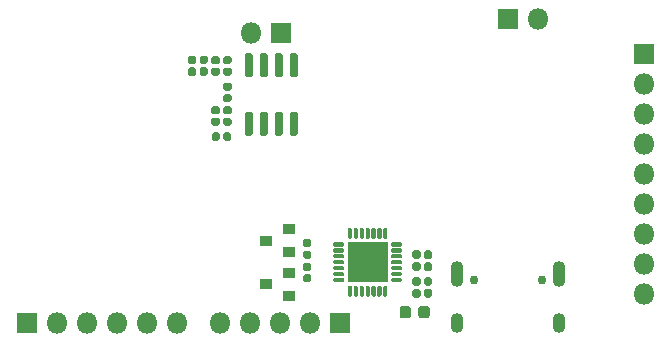
<source format=gbs>
G04 #@! TF.GenerationSoftware,KiCad,Pcbnew,(5.1.6)-1*
G04 #@! TF.CreationDate,2020-09-05T22:14:25+08:00*
G04 #@! TF.ProjectId,epaper,65706170-6572-42e6-9b69-6361645f7063,rev?*
G04 #@! TF.SameCoordinates,Original*
G04 #@! TF.FileFunction,Soldermask,Bot*
G04 #@! TF.FilePolarity,Negative*
%FSLAX46Y46*%
G04 Gerber Fmt 4.6, Leading zero omitted, Abs format (unit mm)*
G04 Created by KiCad (PCBNEW (5.1.6)-1) date 2020-09-05 22:14:25*
%MOMM*%
%LPD*%
G01*
G04 APERTURE LIST*
%ADD10R,1.000000X0.900000*%
%ADD11R,3.450000X3.450000*%
%ADD12O,1.800000X1.800000*%
%ADD13R,1.800000X1.800000*%
%ADD14O,1.100000X1.700000*%
%ADD15C,0.750000*%
%ADD16O,1.100000X2.200000*%
G04 APERTURE END LIST*
G36*
G01*
X114390000Y-112447500D02*
X114390000Y-112052500D01*
G75*
G02*
X114562500Y-111880000I172500J0D01*
G01*
X114907500Y-111880000D01*
G75*
G02*
X115080000Y-112052500I0J-172500D01*
G01*
X115080000Y-112447500D01*
G75*
G02*
X114907500Y-112620000I-172500J0D01*
G01*
X114562500Y-112620000D01*
G75*
G02*
X114390000Y-112447500I0J172500D01*
G01*
G37*
G36*
G01*
X113420000Y-112447500D02*
X113420000Y-112052500D01*
G75*
G02*
X113592500Y-111880000I172500J0D01*
G01*
X113937500Y-111880000D01*
G75*
G02*
X114110000Y-112052500I0J-172500D01*
G01*
X114110000Y-112447500D01*
G75*
G02*
X113937500Y-112620000I-172500J0D01*
G01*
X113592500Y-112620000D01*
G75*
G02*
X113420000Y-112447500I0J172500D01*
G01*
G37*
G36*
G01*
X114390000Y-113447500D02*
X114390000Y-113052500D01*
G75*
G02*
X114562500Y-112880000I172500J0D01*
G01*
X114907500Y-112880000D01*
G75*
G02*
X115080000Y-113052500I0J-172500D01*
G01*
X115080000Y-113447500D01*
G75*
G02*
X114907500Y-113620000I-172500J0D01*
G01*
X114562500Y-113620000D01*
G75*
G02*
X114390000Y-113447500I0J172500D01*
G01*
G37*
G36*
G01*
X113420000Y-113447500D02*
X113420000Y-113052500D01*
G75*
G02*
X113592500Y-112880000I172500J0D01*
G01*
X113937500Y-112880000D01*
G75*
G02*
X114110000Y-113052500I0J-172500D01*
G01*
X114110000Y-113447500D01*
G75*
G02*
X113937500Y-113620000I-172500J0D01*
G01*
X113592500Y-113620000D01*
G75*
G02*
X113420000Y-113447500I0J172500D01*
G01*
G37*
D10*
X101000000Y-114755001D03*
X103000000Y-115705001D03*
X103000000Y-113805001D03*
X101000000Y-111050000D03*
X103000000Y-112000000D03*
X103000000Y-110100000D03*
G36*
G01*
X112524999Y-111287501D02*
X112524999Y-111462501D01*
G75*
G02*
X112437499Y-111550001I-87500J0D01*
G01*
X111712499Y-111550001D01*
G75*
G02*
X111624999Y-111462501I0J87500D01*
G01*
X111624999Y-111287501D01*
G75*
G02*
X111712499Y-111200001I87500J0D01*
G01*
X112437499Y-111200001D01*
G75*
G02*
X112524999Y-111287501I0J-87500D01*
G01*
G37*
G36*
G01*
X112524999Y-111787501D02*
X112524999Y-111962501D01*
G75*
G02*
X112437499Y-112050001I-87500J0D01*
G01*
X111712499Y-112050001D01*
G75*
G02*
X111624999Y-111962501I0J87500D01*
G01*
X111624999Y-111787501D01*
G75*
G02*
X111712499Y-111700001I87500J0D01*
G01*
X112437499Y-111700001D01*
G75*
G02*
X112524999Y-111787501I0J-87500D01*
G01*
G37*
G36*
G01*
X112524999Y-112287501D02*
X112524999Y-112462501D01*
G75*
G02*
X112437499Y-112550001I-87500J0D01*
G01*
X111712499Y-112550001D01*
G75*
G02*
X111624999Y-112462501I0J87500D01*
G01*
X111624999Y-112287501D01*
G75*
G02*
X111712499Y-112200001I87500J0D01*
G01*
X112437499Y-112200001D01*
G75*
G02*
X112524999Y-112287501I0J-87500D01*
G01*
G37*
G36*
G01*
X112524999Y-112787501D02*
X112524999Y-112962501D01*
G75*
G02*
X112437499Y-113050001I-87500J0D01*
G01*
X111712499Y-113050001D01*
G75*
G02*
X111624999Y-112962501I0J87500D01*
G01*
X111624999Y-112787501D01*
G75*
G02*
X111712499Y-112700001I87500J0D01*
G01*
X112437499Y-112700001D01*
G75*
G02*
X112524999Y-112787501I0J-87500D01*
G01*
G37*
G36*
G01*
X112524999Y-113287501D02*
X112524999Y-113462501D01*
G75*
G02*
X112437499Y-113550001I-87500J0D01*
G01*
X111712499Y-113550001D01*
G75*
G02*
X111624999Y-113462501I0J87500D01*
G01*
X111624999Y-113287501D01*
G75*
G02*
X111712499Y-113200001I87500J0D01*
G01*
X112437499Y-113200001D01*
G75*
G02*
X112524999Y-113287501I0J-87500D01*
G01*
G37*
G36*
G01*
X112524999Y-113787501D02*
X112524999Y-113962501D01*
G75*
G02*
X112437499Y-114050001I-87500J0D01*
G01*
X111712499Y-114050001D01*
G75*
G02*
X111624999Y-113962501I0J87500D01*
G01*
X111624999Y-113787501D01*
G75*
G02*
X111712499Y-113700001I87500J0D01*
G01*
X112437499Y-113700001D01*
G75*
G02*
X112524999Y-113787501I0J-87500D01*
G01*
G37*
G36*
G01*
X112524999Y-114287501D02*
X112524999Y-114462501D01*
G75*
G02*
X112437499Y-114550001I-87500J0D01*
G01*
X111712499Y-114550001D01*
G75*
G02*
X111624999Y-114462501I0J87500D01*
G01*
X111624999Y-114287501D01*
G75*
G02*
X111712499Y-114200001I87500J0D01*
G01*
X112437499Y-114200001D01*
G75*
G02*
X112524999Y-114287501I0J-87500D01*
G01*
G37*
G36*
G01*
X111299999Y-114962501D02*
X111299999Y-115687501D01*
G75*
G02*
X111212499Y-115775001I-87500J0D01*
G01*
X111037499Y-115775001D01*
G75*
G02*
X110949999Y-115687501I0J87500D01*
G01*
X110949999Y-114962501D01*
G75*
G02*
X111037499Y-114875001I87500J0D01*
G01*
X111212499Y-114875001D01*
G75*
G02*
X111299999Y-114962501I0J-87500D01*
G01*
G37*
G36*
G01*
X110799999Y-114962501D02*
X110799999Y-115687501D01*
G75*
G02*
X110712499Y-115775001I-87500J0D01*
G01*
X110537499Y-115775001D01*
G75*
G02*
X110449999Y-115687501I0J87500D01*
G01*
X110449999Y-114962501D01*
G75*
G02*
X110537499Y-114875001I87500J0D01*
G01*
X110712499Y-114875001D01*
G75*
G02*
X110799999Y-114962501I0J-87500D01*
G01*
G37*
G36*
G01*
X110299999Y-114962501D02*
X110299999Y-115687501D01*
G75*
G02*
X110212499Y-115775001I-87500J0D01*
G01*
X110037499Y-115775001D01*
G75*
G02*
X109949999Y-115687501I0J87500D01*
G01*
X109949999Y-114962501D01*
G75*
G02*
X110037499Y-114875001I87500J0D01*
G01*
X110212499Y-114875001D01*
G75*
G02*
X110299999Y-114962501I0J-87500D01*
G01*
G37*
G36*
G01*
X109799999Y-114962501D02*
X109799999Y-115687501D01*
G75*
G02*
X109712499Y-115775001I-87500J0D01*
G01*
X109537499Y-115775001D01*
G75*
G02*
X109449999Y-115687501I0J87500D01*
G01*
X109449999Y-114962501D01*
G75*
G02*
X109537499Y-114875001I87500J0D01*
G01*
X109712499Y-114875001D01*
G75*
G02*
X109799999Y-114962501I0J-87500D01*
G01*
G37*
G36*
G01*
X109299999Y-114962501D02*
X109299999Y-115687501D01*
G75*
G02*
X109212499Y-115775001I-87500J0D01*
G01*
X109037499Y-115775001D01*
G75*
G02*
X108949999Y-115687501I0J87500D01*
G01*
X108949999Y-114962501D01*
G75*
G02*
X109037499Y-114875001I87500J0D01*
G01*
X109212499Y-114875001D01*
G75*
G02*
X109299999Y-114962501I0J-87500D01*
G01*
G37*
G36*
G01*
X108799999Y-114962501D02*
X108799999Y-115687501D01*
G75*
G02*
X108712499Y-115775001I-87500J0D01*
G01*
X108537499Y-115775001D01*
G75*
G02*
X108449999Y-115687501I0J87500D01*
G01*
X108449999Y-114962501D01*
G75*
G02*
X108537499Y-114875001I87500J0D01*
G01*
X108712499Y-114875001D01*
G75*
G02*
X108799999Y-114962501I0J-87500D01*
G01*
G37*
G36*
G01*
X108299999Y-114962501D02*
X108299999Y-115687501D01*
G75*
G02*
X108212499Y-115775001I-87500J0D01*
G01*
X108037499Y-115775001D01*
G75*
G02*
X107949999Y-115687501I0J87500D01*
G01*
X107949999Y-114962501D01*
G75*
G02*
X108037499Y-114875001I87500J0D01*
G01*
X108212499Y-114875001D01*
G75*
G02*
X108299999Y-114962501I0J-87500D01*
G01*
G37*
G36*
G01*
X107624999Y-114287501D02*
X107624999Y-114462501D01*
G75*
G02*
X107537499Y-114550001I-87500J0D01*
G01*
X106812499Y-114550001D01*
G75*
G02*
X106724999Y-114462501I0J87500D01*
G01*
X106724999Y-114287501D01*
G75*
G02*
X106812499Y-114200001I87500J0D01*
G01*
X107537499Y-114200001D01*
G75*
G02*
X107624999Y-114287501I0J-87500D01*
G01*
G37*
G36*
G01*
X107624999Y-113787501D02*
X107624999Y-113962501D01*
G75*
G02*
X107537499Y-114050001I-87500J0D01*
G01*
X106812499Y-114050001D01*
G75*
G02*
X106724999Y-113962501I0J87500D01*
G01*
X106724999Y-113787501D01*
G75*
G02*
X106812499Y-113700001I87500J0D01*
G01*
X107537499Y-113700001D01*
G75*
G02*
X107624999Y-113787501I0J-87500D01*
G01*
G37*
G36*
G01*
X107624999Y-113287501D02*
X107624999Y-113462501D01*
G75*
G02*
X107537499Y-113550001I-87500J0D01*
G01*
X106812499Y-113550001D01*
G75*
G02*
X106724999Y-113462501I0J87500D01*
G01*
X106724999Y-113287501D01*
G75*
G02*
X106812499Y-113200001I87500J0D01*
G01*
X107537499Y-113200001D01*
G75*
G02*
X107624999Y-113287501I0J-87500D01*
G01*
G37*
G36*
G01*
X107624999Y-112787501D02*
X107624999Y-112962501D01*
G75*
G02*
X107537499Y-113050001I-87500J0D01*
G01*
X106812499Y-113050001D01*
G75*
G02*
X106724999Y-112962501I0J87500D01*
G01*
X106724999Y-112787501D01*
G75*
G02*
X106812499Y-112700001I87500J0D01*
G01*
X107537499Y-112700001D01*
G75*
G02*
X107624999Y-112787501I0J-87500D01*
G01*
G37*
G36*
G01*
X107624999Y-112287501D02*
X107624999Y-112462501D01*
G75*
G02*
X107537499Y-112550001I-87500J0D01*
G01*
X106812499Y-112550001D01*
G75*
G02*
X106724999Y-112462501I0J87500D01*
G01*
X106724999Y-112287501D01*
G75*
G02*
X106812499Y-112200001I87500J0D01*
G01*
X107537499Y-112200001D01*
G75*
G02*
X107624999Y-112287501I0J-87500D01*
G01*
G37*
G36*
G01*
X107624999Y-111787501D02*
X107624999Y-111962501D01*
G75*
G02*
X107537499Y-112050001I-87500J0D01*
G01*
X106812499Y-112050001D01*
G75*
G02*
X106724999Y-111962501I0J87500D01*
G01*
X106724999Y-111787501D01*
G75*
G02*
X106812499Y-111700001I87500J0D01*
G01*
X107537499Y-111700001D01*
G75*
G02*
X107624999Y-111787501I0J-87500D01*
G01*
G37*
G36*
G01*
X107624999Y-111287501D02*
X107624999Y-111462501D01*
G75*
G02*
X107537499Y-111550001I-87500J0D01*
G01*
X106812499Y-111550001D01*
G75*
G02*
X106724999Y-111462501I0J87500D01*
G01*
X106724999Y-111287501D01*
G75*
G02*
X106812499Y-111200001I87500J0D01*
G01*
X107537499Y-111200001D01*
G75*
G02*
X107624999Y-111287501I0J-87500D01*
G01*
G37*
G36*
G01*
X108299999Y-110062501D02*
X108299999Y-110787501D01*
G75*
G02*
X108212499Y-110875001I-87500J0D01*
G01*
X108037499Y-110875001D01*
G75*
G02*
X107949999Y-110787501I0J87500D01*
G01*
X107949999Y-110062501D01*
G75*
G02*
X108037499Y-109975001I87500J0D01*
G01*
X108212499Y-109975001D01*
G75*
G02*
X108299999Y-110062501I0J-87500D01*
G01*
G37*
G36*
G01*
X108799999Y-110062501D02*
X108799999Y-110787501D01*
G75*
G02*
X108712499Y-110875001I-87500J0D01*
G01*
X108537499Y-110875001D01*
G75*
G02*
X108449999Y-110787501I0J87500D01*
G01*
X108449999Y-110062501D01*
G75*
G02*
X108537499Y-109975001I87500J0D01*
G01*
X108712499Y-109975001D01*
G75*
G02*
X108799999Y-110062501I0J-87500D01*
G01*
G37*
G36*
G01*
X109299999Y-110062501D02*
X109299999Y-110787501D01*
G75*
G02*
X109212499Y-110875001I-87500J0D01*
G01*
X109037499Y-110875001D01*
G75*
G02*
X108949999Y-110787501I0J87500D01*
G01*
X108949999Y-110062501D01*
G75*
G02*
X109037499Y-109975001I87500J0D01*
G01*
X109212499Y-109975001D01*
G75*
G02*
X109299999Y-110062501I0J-87500D01*
G01*
G37*
G36*
G01*
X109799999Y-110062501D02*
X109799999Y-110787501D01*
G75*
G02*
X109712499Y-110875001I-87500J0D01*
G01*
X109537499Y-110875001D01*
G75*
G02*
X109449999Y-110787501I0J87500D01*
G01*
X109449999Y-110062501D01*
G75*
G02*
X109537499Y-109975001I87500J0D01*
G01*
X109712499Y-109975001D01*
G75*
G02*
X109799999Y-110062501I0J-87500D01*
G01*
G37*
G36*
G01*
X110299999Y-110062501D02*
X110299999Y-110787501D01*
G75*
G02*
X110212499Y-110875001I-87500J0D01*
G01*
X110037499Y-110875001D01*
G75*
G02*
X109949999Y-110787501I0J87500D01*
G01*
X109949999Y-110062501D01*
G75*
G02*
X110037499Y-109975001I87500J0D01*
G01*
X110212499Y-109975001D01*
G75*
G02*
X110299999Y-110062501I0J-87500D01*
G01*
G37*
G36*
G01*
X110799999Y-110062501D02*
X110799999Y-110787501D01*
G75*
G02*
X110712499Y-110875001I-87500J0D01*
G01*
X110537499Y-110875001D01*
G75*
G02*
X110449999Y-110787501I0J87500D01*
G01*
X110449999Y-110062501D01*
G75*
G02*
X110537499Y-109975001I87500J0D01*
G01*
X110712499Y-109975001D01*
G75*
G02*
X110799999Y-110062501I0J-87500D01*
G01*
G37*
G36*
G01*
X111299999Y-110062501D02*
X111299999Y-110787501D01*
G75*
G02*
X111212499Y-110875001I-87500J0D01*
G01*
X111037499Y-110875001D01*
G75*
G02*
X110949999Y-110787501I0J87500D01*
G01*
X110949999Y-110062501D01*
G75*
G02*
X111037499Y-109975001I87500J0D01*
G01*
X111212499Y-109975001D01*
G75*
G02*
X111299999Y-110062501I0J-87500D01*
G01*
G37*
D11*
X109624999Y-112875001D03*
G36*
G01*
X104697500Y-111610000D02*
X104302500Y-111610000D01*
G75*
G02*
X104130000Y-111437500I0J172500D01*
G01*
X104130000Y-111092500D01*
G75*
G02*
X104302500Y-110920000I172500J0D01*
G01*
X104697500Y-110920000D01*
G75*
G02*
X104870000Y-111092500I0J-172500D01*
G01*
X104870000Y-111437500D01*
G75*
G02*
X104697500Y-111610000I-172500J0D01*
G01*
G37*
G36*
G01*
X104697500Y-112580000D02*
X104302500Y-112580000D01*
G75*
G02*
X104130000Y-112407500I0J172500D01*
G01*
X104130000Y-112062500D01*
G75*
G02*
X104302500Y-111890000I172500J0D01*
G01*
X104697500Y-111890000D01*
G75*
G02*
X104870000Y-112062500I0J-172500D01*
G01*
X104870000Y-112407500D01*
G75*
G02*
X104697500Y-112580000I-172500J0D01*
G01*
G37*
G36*
G01*
X104302500Y-113890000D02*
X104697500Y-113890000D01*
G75*
G02*
X104870000Y-114062500I0J-172500D01*
G01*
X104870000Y-114407500D01*
G75*
G02*
X104697500Y-114580000I-172500J0D01*
G01*
X104302500Y-114580000D01*
G75*
G02*
X104130000Y-114407500I0J172500D01*
G01*
X104130000Y-114062500D01*
G75*
G02*
X104302500Y-113890000I172500J0D01*
G01*
G37*
G36*
G01*
X104302500Y-112920000D02*
X104697500Y-112920000D01*
G75*
G02*
X104870000Y-113092500I0J-172500D01*
G01*
X104870000Y-113437500D01*
G75*
G02*
X104697500Y-113610000I-172500J0D01*
G01*
X104302500Y-113610000D01*
G75*
G02*
X104130000Y-113437500I0J172500D01*
G01*
X104130000Y-113092500D01*
G75*
G02*
X104302500Y-112920000I172500J0D01*
G01*
G37*
G36*
G01*
X114110000Y-115302500D02*
X114110000Y-115697500D01*
G75*
G02*
X113937500Y-115870000I-172500J0D01*
G01*
X113592500Y-115870000D01*
G75*
G02*
X113420000Y-115697500I0J172500D01*
G01*
X113420000Y-115302500D01*
G75*
G02*
X113592500Y-115130000I172500J0D01*
G01*
X113937500Y-115130000D01*
G75*
G02*
X114110000Y-115302500I0J-172500D01*
G01*
G37*
G36*
G01*
X115080000Y-115302500D02*
X115080000Y-115697500D01*
G75*
G02*
X114907500Y-115870000I-172500J0D01*
G01*
X114562500Y-115870000D01*
G75*
G02*
X114390000Y-115697500I0J172500D01*
G01*
X114390000Y-115302500D01*
G75*
G02*
X114562500Y-115130000I172500J0D01*
G01*
X114907500Y-115130000D01*
G75*
G02*
X115080000Y-115302500I0J-172500D01*
G01*
G37*
G36*
G01*
X114110000Y-114302500D02*
X114110000Y-114697500D01*
G75*
G02*
X113937500Y-114870000I-172500J0D01*
G01*
X113592500Y-114870000D01*
G75*
G02*
X113420000Y-114697500I0J172500D01*
G01*
X113420000Y-114302500D01*
G75*
G02*
X113592500Y-114130000I172500J0D01*
G01*
X113937500Y-114130000D01*
G75*
G02*
X114110000Y-114302500I0J-172500D01*
G01*
G37*
G36*
G01*
X115080000Y-114302500D02*
X115080000Y-114697500D01*
G75*
G02*
X114907500Y-114870000I-172500J0D01*
G01*
X114562500Y-114870000D01*
G75*
G02*
X114390000Y-114697500I0J172500D01*
G01*
X114390000Y-114302500D01*
G75*
G02*
X114562500Y-114130000I172500J0D01*
G01*
X114907500Y-114130000D01*
G75*
G02*
X115080000Y-114302500I0J-172500D01*
G01*
G37*
G36*
G01*
X113900000Y-117381250D02*
X113900000Y-116818750D01*
G75*
G02*
X114143750Y-116575000I243750J0D01*
G01*
X114631250Y-116575000D01*
G75*
G02*
X114875000Y-116818750I0J-243750D01*
G01*
X114875000Y-117381250D01*
G75*
G02*
X114631250Y-117625000I-243750J0D01*
G01*
X114143750Y-117625000D01*
G75*
G02*
X113900000Y-117381250I0J243750D01*
G01*
G37*
G36*
G01*
X112325000Y-117381250D02*
X112325000Y-116818750D01*
G75*
G02*
X112568750Y-116575000I243750J0D01*
G01*
X113056250Y-116575000D01*
G75*
G02*
X113300000Y-116818750I0J-243750D01*
G01*
X113300000Y-117381250D01*
G75*
G02*
X113056250Y-117625000I-243750J0D01*
G01*
X112568750Y-117625000D01*
G75*
G02*
X112325000Y-117381250I0J243750D01*
G01*
G37*
D12*
X133000000Y-115570000D03*
X133000000Y-113030000D03*
X133000000Y-110490000D03*
X133000000Y-107950000D03*
X133000000Y-105410000D03*
X133000000Y-102870000D03*
X133000000Y-100330000D03*
X133000000Y-97790000D03*
D13*
X133000000Y-95250000D03*
G36*
G01*
X103534999Y-97224999D02*
X103184999Y-97224999D01*
G75*
G02*
X103009999Y-97049999I0J175000D01*
G01*
X103009999Y-95349999D01*
G75*
G02*
X103184999Y-95174999I175000J0D01*
G01*
X103534999Y-95174999D01*
G75*
G02*
X103709999Y-95349999I0J-175000D01*
G01*
X103709999Y-97049999D01*
G75*
G02*
X103534999Y-97224999I-175000J0D01*
G01*
G37*
G36*
G01*
X102264999Y-97224999D02*
X101914999Y-97224999D01*
G75*
G02*
X101739999Y-97049999I0J175000D01*
G01*
X101739999Y-95349999D01*
G75*
G02*
X101914999Y-95174999I175000J0D01*
G01*
X102264999Y-95174999D01*
G75*
G02*
X102439999Y-95349999I0J-175000D01*
G01*
X102439999Y-97049999D01*
G75*
G02*
X102264999Y-97224999I-175000J0D01*
G01*
G37*
G36*
G01*
X100994999Y-97224999D02*
X100644999Y-97224999D01*
G75*
G02*
X100469999Y-97049999I0J175000D01*
G01*
X100469999Y-95349999D01*
G75*
G02*
X100644999Y-95174999I175000J0D01*
G01*
X100994999Y-95174999D01*
G75*
G02*
X101169999Y-95349999I0J-175000D01*
G01*
X101169999Y-97049999D01*
G75*
G02*
X100994999Y-97224999I-175000J0D01*
G01*
G37*
G36*
G01*
X99724999Y-97224999D02*
X99374999Y-97224999D01*
G75*
G02*
X99199999Y-97049999I0J175000D01*
G01*
X99199999Y-95349999D01*
G75*
G02*
X99374999Y-95174999I175000J0D01*
G01*
X99724999Y-95174999D01*
G75*
G02*
X99899999Y-95349999I0J-175000D01*
G01*
X99899999Y-97049999D01*
G75*
G02*
X99724999Y-97224999I-175000J0D01*
G01*
G37*
G36*
G01*
X99724999Y-102174999D02*
X99374999Y-102174999D01*
G75*
G02*
X99199999Y-101999999I0J175000D01*
G01*
X99199999Y-100299999D01*
G75*
G02*
X99374999Y-100124999I175000J0D01*
G01*
X99724999Y-100124999D01*
G75*
G02*
X99899999Y-100299999I0J-175000D01*
G01*
X99899999Y-101999999D01*
G75*
G02*
X99724999Y-102174999I-175000J0D01*
G01*
G37*
G36*
G01*
X100994999Y-102174999D02*
X100644999Y-102174999D01*
G75*
G02*
X100469999Y-101999999I0J175000D01*
G01*
X100469999Y-100299999D01*
G75*
G02*
X100644999Y-100124999I175000J0D01*
G01*
X100994999Y-100124999D01*
G75*
G02*
X101169999Y-100299999I0J-175000D01*
G01*
X101169999Y-101999999D01*
G75*
G02*
X100994999Y-102174999I-175000J0D01*
G01*
G37*
G36*
G01*
X102264999Y-102174999D02*
X101914999Y-102174999D01*
G75*
G02*
X101739999Y-101999999I0J175000D01*
G01*
X101739999Y-100299999D01*
G75*
G02*
X101914999Y-100124999I175000J0D01*
G01*
X102264999Y-100124999D01*
G75*
G02*
X102439999Y-100299999I0J-175000D01*
G01*
X102439999Y-101999999D01*
G75*
G02*
X102264999Y-102174999I-175000J0D01*
G01*
G37*
G36*
G01*
X103534999Y-102174999D02*
X103184999Y-102174999D01*
G75*
G02*
X103009999Y-101999999I0J175000D01*
G01*
X103009999Y-100299999D01*
G75*
G02*
X103184999Y-100124999I175000J0D01*
G01*
X103534999Y-100124999D01*
G75*
G02*
X103709999Y-100299999I0J-175000D01*
G01*
X103709999Y-101999999D01*
G75*
G02*
X103534999Y-102174999I-175000J0D01*
G01*
G37*
G36*
G01*
X97552500Y-98640000D02*
X97947500Y-98640000D01*
G75*
G02*
X98120000Y-98812500I0J-172500D01*
G01*
X98120000Y-99157500D01*
G75*
G02*
X97947500Y-99330000I-172500J0D01*
G01*
X97552500Y-99330000D01*
G75*
G02*
X97380000Y-99157500I0J172500D01*
G01*
X97380000Y-98812500D01*
G75*
G02*
X97552500Y-98640000I172500J0D01*
G01*
G37*
G36*
G01*
X97552500Y-97670000D02*
X97947500Y-97670000D01*
G75*
G02*
X98120000Y-97842500I0J-172500D01*
G01*
X98120000Y-98187500D01*
G75*
G02*
X97947500Y-98360000I-172500J0D01*
G01*
X97552500Y-98360000D01*
G75*
G02*
X97380000Y-98187500I0J172500D01*
G01*
X97380000Y-97842500D01*
G75*
G02*
X97552500Y-97670000I172500J0D01*
G01*
G37*
G36*
G01*
X97552500Y-100640000D02*
X97947500Y-100640000D01*
G75*
G02*
X98120000Y-100812500I0J-172500D01*
G01*
X98120000Y-101157500D01*
G75*
G02*
X97947500Y-101330000I-172500J0D01*
G01*
X97552500Y-101330000D01*
G75*
G02*
X97380000Y-101157500I0J172500D01*
G01*
X97380000Y-100812500D01*
G75*
G02*
X97552500Y-100640000I172500J0D01*
G01*
G37*
G36*
G01*
X97552500Y-99670000D02*
X97947500Y-99670000D01*
G75*
G02*
X98120000Y-99842500I0J-172500D01*
G01*
X98120000Y-100187500D01*
G75*
G02*
X97947500Y-100360000I-172500J0D01*
G01*
X97552500Y-100360000D01*
G75*
G02*
X97380000Y-100187500I0J172500D01*
G01*
X97380000Y-99842500D01*
G75*
G02*
X97552500Y-99670000I172500J0D01*
G01*
G37*
G36*
G01*
X96947500Y-96110000D02*
X96552500Y-96110000D01*
G75*
G02*
X96380000Y-95937500I0J172500D01*
G01*
X96380000Y-95592500D01*
G75*
G02*
X96552500Y-95420000I172500J0D01*
G01*
X96947500Y-95420000D01*
G75*
G02*
X97120000Y-95592500I0J-172500D01*
G01*
X97120000Y-95937500D01*
G75*
G02*
X96947500Y-96110000I-172500J0D01*
G01*
G37*
G36*
G01*
X96947500Y-97080000D02*
X96552500Y-97080000D01*
G75*
G02*
X96380000Y-96907500I0J172500D01*
G01*
X96380000Y-96562500D01*
G75*
G02*
X96552500Y-96390000I172500J0D01*
G01*
X96947500Y-96390000D01*
G75*
G02*
X97120000Y-96562500I0J-172500D01*
G01*
X97120000Y-96907500D01*
G75*
G02*
X96947500Y-97080000I-172500J0D01*
G01*
G37*
G36*
G01*
X95110000Y-95552500D02*
X95110000Y-95947500D01*
G75*
G02*
X94937500Y-96120000I-172500J0D01*
G01*
X94592500Y-96120000D01*
G75*
G02*
X94420000Y-95947500I0J172500D01*
G01*
X94420000Y-95552500D01*
G75*
G02*
X94592500Y-95380000I172500J0D01*
G01*
X94937500Y-95380000D01*
G75*
G02*
X95110000Y-95552500I0J-172500D01*
G01*
G37*
G36*
G01*
X96080000Y-95552500D02*
X96080000Y-95947500D01*
G75*
G02*
X95907500Y-96120000I-172500J0D01*
G01*
X95562500Y-96120000D01*
G75*
G02*
X95390000Y-95947500I0J172500D01*
G01*
X95390000Y-95552500D01*
G75*
G02*
X95562500Y-95380000I172500J0D01*
G01*
X95907500Y-95380000D01*
G75*
G02*
X96080000Y-95552500I0J-172500D01*
G01*
G37*
D12*
X97090000Y-118000000D03*
X99630000Y-118000000D03*
X102170000Y-118000000D03*
X104710000Y-118000000D03*
D13*
X107250000Y-118000000D03*
D12*
X99710000Y-93500000D03*
D13*
X102250000Y-93500000D03*
D12*
X124040000Y-92250000D03*
D13*
X121500000Y-92250000D03*
D14*
X125820000Y-118050000D03*
D15*
X124390000Y-114400000D03*
D14*
X117180000Y-118050000D03*
D15*
X118610000Y-114400000D03*
D16*
X117180000Y-113870000D03*
X125820000Y-113870000D03*
D12*
X93450000Y-118000000D03*
X90910000Y-118000000D03*
X88370000Y-118000000D03*
X85830000Y-118000000D03*
X83290000Y-118000000D03*
D13*
X80750000Y-118000000D03*
G36*
G01*
X97110000Y-102052500D02*
X97110000Y-102447500D01*
G75*
G02*
X96937500Y-102620000I-172500J0D01*
G01*
X96592500Y-102620000D01*
G75*
G02*
X96420000Y-102447500I0J172500D01*
G01*
X96420000Y-102052500D01*
G75*
G02*
X96592500Y-101880000I172500J0D01*
G01*
X96937500Y-101880000D01*
G75*
G02*
X97110000Y-102052500I0J-172500D01*
G01*
G37*
G36*
G01*
X98080000Y-102052500D02*
X98080000Y-102447500D01*
G75*
G02*
X97907500Y-102620000I-172500J0D01*
G01*
X97562500Y-102620000D01*
G75*
G02*
X97390000Y-102447500I0J172500D01*
G01*
X97390000Y-102052500D01*
G75*
G02*
X97562500Y-101880000I172500J0D01*
G01*
X97907500Y-101880000D01*
G75*
G02*
X98080000Y-102052500I0J-172500D01*
G01*
G37*
G36*
G01*
X96947500Y-100360000D02*
X96552500Y-100360000D01*
G75*
G02*
X96380000Y-100187500I0J172500D01*
G01*
X96380000Y-99842500D01*
G75*
G02*
X96552500Y-99670000I172500J0D01*
G01*
X96947500Y-99670000D01*
G75*
G02*
X97120000Y-99842500I0J-172500D01*
G01*
X97120000Y-100187500D01*
G75*
G02*
X96947500Y-100360000I-172500J0D01*
G01*
G37*
G36*
G01*
X96947500Y-101330000D02*
X96552500Y-101330000D01*
G75*
G02*
X96380000Y-101157500I0J172500D01*
G01*
X96380000Y-100812500D01*
G75*
G02*
X96552500Y-100640000I172500J0D01*
G01*
X96947500Y-100640000D01*
G75*
G02*
X97120000Y-100812500I0J-172500D01*
G01*
X97120000Y-101157500D01*
G75*
G02*
X96947500Y-101330000I-172500J0D01*
G01*
G37*
G36*
G01*
X97552500Y-96390000D02*
X97947500Y-96390000D01*
G75*
G02*
X98120000Y-96562500I0J-172500D01*
G01*
X98120000Y-96907500D01*
G75*
G02*
X97947500Y-97080000I-172500J0D01*
G01*
X97552500Y-97080000D01*
G75*
G02*
X97380000Y-96907500I0J172500D01*
G01*
X97380000Y-96562500D01*
G75*
G02*
X97552500Y-96390000I172500J0D01*
G01*
G37*
G36*
G01*
X97552500Y-95420000D02*
X97947500Y-95420000D01*
G75*
G02*
X98120000Y-95592500I0J-172500D01*
G01*
X98120000Y-95937500D01*
G75*
G02*
X97947500Y-96110000I-172500J0D01*
G01*
X97552500Y-96110000D01*
G75*
G02*
X97380000Y-95937500I0J172500D01*
G01*
X97380000Y-95592500D01*
G75*
G02*
X97552500Y-95420000I172500J0D01*
G01*
G37*
G36*
G01*
X95390000Y-96947500D02*
X95390000Y-96552500D01*
G75*
G02*
X95562500Y-96380000I172500J0D01*
G01*
X95907500Y-96380000D01*
G75*
G02*
X96080000Y-96552500I0J-172500D01*
G01*
X96080000Y-96947500D01*
G75*
G02*
X95907500Y-97120000I-172500J0D01*
G01*
X95562500Y-97120000D01*
G75*
G02*
X95390000Y-96947500I0J172500D01*
G01*
G37*
G36*
G01*
X94420000Y-96947500D02*
X94420000Y-96552500D01*
G75*
G02*
X94592500Y-96380000I172500J0D01*
G01*
X94937500Y-96380000D01*
G75*
G02*
X95110000Y-96552500I0J-172500D01*
G01*
X95110000Y-96947500D01*
G75*
G02*
X94937500Y-97120000I-172500J0D01*
G01*
X94592500Y-97120000D01*
G75*
G02*
X94420000Y-96947500I0J172500D01*
G01*
G37*
M02*

</source>
